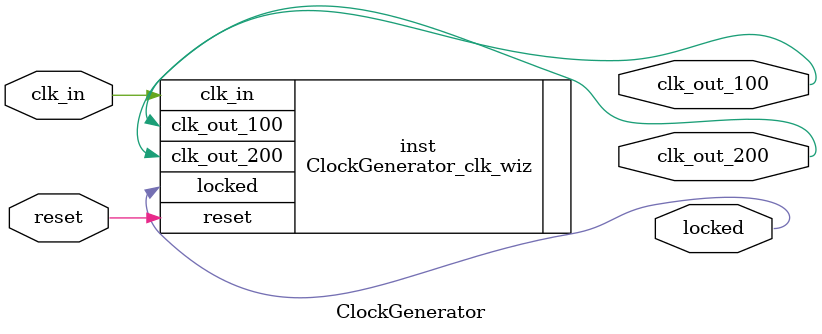
<source format=v>


`timescale 1ps/1ps

(* CORE_GENERATION_INFO = "ClockGenerator,clk_wiz_v6_0_13_0_0,{component_name=ClockGenerator,use_phase_alignment=true,use_min_o_jitter=false,use_max_i_jitter=false,use_dyn_phase_shift=false,use_inclk_switchover=false,use_dyn_reconfig=false,enable_axi=0,feedback_source=FDBK_AUTO,PRIMITIVE=PLL,num_out_clk=2,clkin1_period=10.000,clkin2_period=10.000,use_power_down=false,use_reset=true,use_locked=true,use_inclk_stopped=false,feedback_type=SINGLE,CLOCK_MGR_TYPE=NA,manual_override=false}" *)

module ClockGenerator 
 (
  // Clock out ports
  output        clk_out_100,
  output        clk_out_200,
  // Status and control signals
  input         reset,
  output        locked,
 // Clock in ports
  input         clk_in
 );

  ClockGenerator_clk_wiz inst
  (
  // Clock out ports  
  .clk_out_100(clk_out_100),
  .clk_out_200(clk_out_200),
  // Status and control signals               
  .reset(reset), 
  .locked(locked),
 // Clock in ports
  .clk_in(clk_in)
  );

endmodule

</source>
